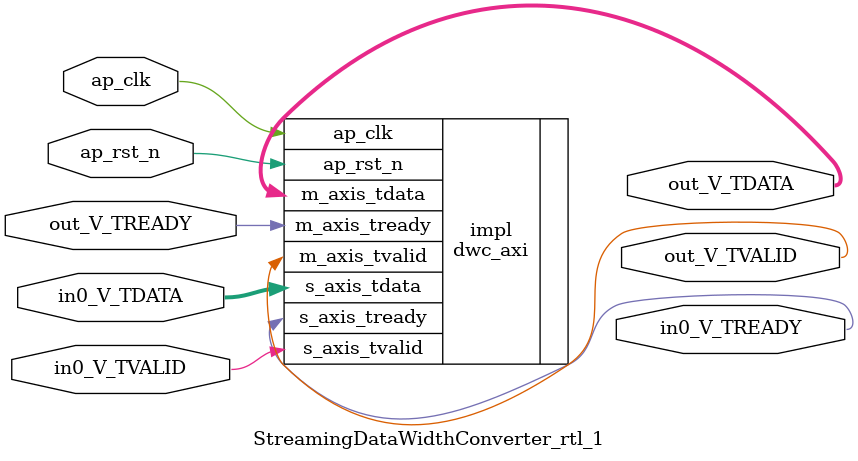
<source format=v>
/******************************************************************************
 * Copyright (C) 2023, Advanced Micro Devices, Inc.
 * All rights reserved.
 *
 * Redistribution and use in source and binary forms, with or without
 * modification, are permitted provided that the following conditions are met:
 *
 *  1. Redistributions of source code must retain the above copyright notice,
 *     this list of conditions and the following disclaimer.
 *
 *  2. Redistributions in binary form must reproduce the above copyright
 *     notice, this list of conditions and the following disclaimer in the
 *     documentation and/or other materials provided with the distribution.
 *
 *  3. Neither the name of the copyright holder nor the names of its
 *     contributors may be used to endorse or promote products derived from
 *     this software without specific prior written permission.
 *
 * THIS SOFTWARE IS PROVIDED BY THE COPYRIGHT HOLDERS AND CONTRIBUTORS "AS IS"
 * AND ANY EXPRESS OR IMPLIED WARRANTIES, INCLUDING, BUT NOT LIMITED TO,
 * THE IMPLIED WARRANTIES OF MERCHANTABILITY AND FITNESS FOR A PARTICULAR
 * PURPOSE ARE DISCLAIMED. IN NO EVENT SHALL THE COPYRIGHT HOLDER OR
 * CONTRIBUTORS BE LIABLE FOR ANY DIRECT, INDIRECT, INCIDENTAL, SPECIAL,
 * EXEMPLARY, OR CONSEQUENTIAL DAMAGES (INCLUDING, BUT NOT LIMITED TO,
 * PROCUREMENT OF SUBSTITUTE GOODS OR SERVICES; LOSS OF USE, DATA, OR PROFITS;
 * OR BUSINESS INTERRUPTION). HOWEVER CAUSED AND ON ANY THEORY OF LIABILITY,
 * WHETHER IN CONTRACT, STRICT LIABILITY, OR TORT (INCLUDING NEGLIGENCE OR
 * OTHERWISE) ARISING IN ANY WAY OUT OF THE USE OF THIS SOFTWARE, EVEN IF
 * ADVISED OF THE POSSIBILITY OF SUCH DAMAGE.
 *****************************************************************************/

module StreamingDataWidthConverter_rtl_1 #(
	parameter  IBITS = 8,
	parameter  OBITS = 72,

	parameter  AXI_IBITS = (IBITS+7)/8 * 8,
	parameter  AXI_OBITS = (OBITS+7)/8 * 8
)(
	//- Global Control ------------------
	(* X_INTERFACE_INFO = "xilinx.com:signal:clock:1.0 ap_clk CLK" *)
	(* X_INTERFACE_PARAMETER = "ASSOCIATED_BUSIF in0_V:out_V, ASSOCIATED_RESET ap_rst_n" *)
	input	ap_clk,
	(* X_INTERFACE_PARAMETER = "POLARITY ACTIVE_LOW" *)
	input	ap_rst_n,

	//- AXI Stream - Input --------------
	output	in0_V_TREADY,
	input	in0_V_TVALID,
	input	[AXI_IBITS-1:0]  in0_V_TDATA,

	//- AXI Stream - Output -------------
	input	out_V_TREADY,
	output	out_V_TVALID,
	output	[AXI_OBITS-1:0]  out_V_TDATA
);

	dwc_axi #(
		.IBITS(IBITS),
		.OBITS(OBITS)
	) impl (
		.ap_clk(ap_clk),
		.ap_rst_n(ap_rst_n),
		.s_axis_tready(in0_V_TREADY),
		.s_axis_tvalid(in0_V_TVALID),
		.s_axis_tdata(in0_V_TDATA),
		.m_axis_tready(out_V_TREADY),
		.m_axis_tvalid(out_V_TVALID),
		.m_axis_tdata(out_V_TDATA)
	);

endmodule

</source>
